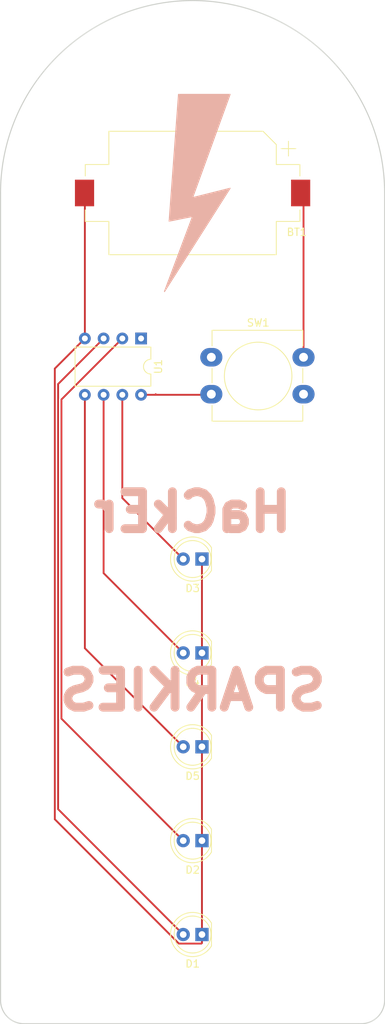
<source format=kicad_pcb>
(kicad_pcb (version 20171130) (host pcbnew "(5.0.2)-1")

  (general
    (thickness 1.6)
    (drawings 9)
    (tracks 28)
    (zones 0)
    (modules 8)
    (nets 10)
  )

  (page A4)
  (title_block
    (title "Darkness Decoder")
    (date 2004-03-11)
    (rev 5.32)
    (company Sparkies)
  )

  (layers
    (0 F.Cu signal)
    (31 B.Cu signal)
    (32 B.Adhes user)
    (33 F.Adhes user)
    (34 B.Paste user)
    (35 F.Paste user)
    (36 B.SilkS user)
    (37 F.SilkS user)
    (38 B.Mask user)
    (39 F.Mask user)
    (40 Dwgs.User user)
    (41 Cmts.User user)
    (42 Eco1.User user)
    (43 Eco2.User user)
    (44 Edge.Cuts user)
    (45 Margin user)
    (46 B.CrtYd user)
    (47 F.CrtYd user)
    (48 B.Fab user)
    (49 F.Fab user)
  )

  (setup
    (last_trace_width 0.25)
    (trace_clearance 0.2)
    (zone_clearance 0.508)
    (zone_45_only no)
    (trace_min 0.2)
    (segment_width 0.2)
    (edge_width 0.15)
    (via_size 0.8)
    (via_drill 0.4)
    (via_min_size 0.4)
    (via_min_drill 0.3)
    (uvia_size 0.3)
    (uvia_drill 0.1)
    (uvias_allowed no)
    (uvia_min_size 0.2)
    (uvia_min_drill 0.1)
    (pcb_text_width 0.3)
    (pcb_text_size 1.5 1.5)
    (mod_edge_width 0.15)
    (mod_text_size 1 1)
    (mod_text_width 0.15)
    (pad_size 1.524 1.524)
    (pad_drill 0.762)
    (pad_to_mask_clearance 0.051)
    (solder_mask_min_width 0.25)
    (aux_axis_origin 0 0)
    (visible_elements 7FFFFFFF)
    (pcbplotparams
      (layerselection 0x010f0_ffffffff)
      (usegerberextensions true)
      (usegerberattributes false)
      (usegerberadvancedattributes false)
      (creategerberjobfile false)
      (excludeedgelayer true)
      (linewidth 0.100000)
      (plotframeref false)
      (viasonmask false)
      (mode 1)
      (useauxorigin false)
      (hpglpennumber 1)
      (hpglpenspeed 20)
      (hpglpendiameter 15.000000)
      (psnegative false)
      (psa4output false)
      (plotreference true)
      (plotvalue true)
      (plotinvisibletext false)
      (padsonsilk false)
      (subtractmaskfromsilk false)
      (outputformat 1)
      (mirror false)
      (drillshape 0)
      (scaleselection 1)
      (outputdirectory "Gerber/"))
  )

  (net 0 "")
  (net 1 "Net-(U1-Pad1)")
  (net 2 "Net-(D5-Pad2)")
  (net 3 "Net-(D2-Pad2)")
  (net 4 "Net-(D4-Pad2)")
  (net 5 "Net-(D1-Pad2)")
  (net 6 "Net-(D3-Pad2)")
  (net 7 GND)
  (net 8 "Net-(SW1-Pad2)")
  (net 9 "Net-(BT1-Pad1)")

  (net_class Default "This is the default net class."
    (clearance 0.2)
    (trace_width 0.25)
    (via_dia 0.8)
    (via_drill 0.4)
    (uvia_dia 0.3)
    (uvia_drill 0.1)
    (add_net GND)
    (add_net "Net-(BT1-Pad1)")
    (add_net "Net-(D1-Pad2)")
    (add_net "Net-(D2-Pad2)")
    (add_net "Net-(D3-Pad2)")
    (add_net "Net-(D4-Pad2)")
    (add_net "Net-(D5-Pad2)")
    (add_net "Net-(SW1-Pad2)")
    (add_net "Net-(U1-Pad1)")
  )

  (module Button_Switch_THT:SW_PUSH-12mm_Wuerth-430476085716 (layer F.Cu) (tedit 5A02FE31) (tstamp 5C788545)
    (at 136.525 76.835)
    (descr "SW PUSH 12mm http://katalog.we-online.de/em/datasheet/430476085716.pdf")
    (tags "tact sw push 12mm")
    (path /5C6C4795)
    (fp_text reference SW1 (at 6.35 -4.66) (layer F.SilkS)
      (effects (font (size 1 1) (thickness 0.15)))
    )
    (fp_text value SW_Push (at 6.35 9.93) (layer F.Fab)
      (effects (font (size 1 1) (thickness 0.15)))
    )
    (fp_text user %R (at 6.35 2.54) (layer F.Fab)
      (effects (font (size 1 1) (thickness 0.15)))
    )
    (fp_line (start 14.25 -3.75) (end -1.75 -3.75) (layer F.CrtYd) (width 0.05))
    (fp_line (start 14.25 8.75) (end 14.25 -3.75) (layer F.CrtYd) (width 0.05))
    (fp_line (start -1.75 8.75) (end 14.25 8.75) (layer F.CrtYd) (width 0.05))
    (fp_line (start -1.75 -3.75) (end -1.75 8.75) (layer F.CrtYd) (width 0.05))
    (fp_line (start 0.1 3.47) (end 0.1 1.53) (layer F.SilkS) (width 0.12))
    (fp_line (start 0.1 8.65) (end 0.1 6.53) (layer F.SilkS) (width 0.12))
    (fp_line (start 12.4 8.65) (end 0.1 8.65) (layer F.SilkS) (width 0.12))
    (fp_line (start 12.4 6.53) (end 12.4 8.65) (layer F.SilkS) (width 0.12))
    (fp_line (start 12.4 1.53) (end 12.4 3.47) (layer F.SilkS) (width 0.12))
    (fp_line (start 12.4 -3.65) (end 12.4 -1.53) (layer F.SilkS) (width 0.12))
    (fp_line (start 0.1 -3.65) (end 12.4 -3.65) (layer F.SilkS) (width 0.12))
    (fp_line (start 0.1 -1.53) (end 0.1 -3.65) (layer F.SilkS) (width 0.12))
    (fp_line (start 12.25 -3.5) (end 0.25 -3.5) (layer F.Fab) (width 0.1))
    (fp_line (start 12.25 8.5) (end 12.25 -3.5) (layer F.Fab) (width 0.1))
    (fp_line (start 0.25 8.5) (end 12.25 8.5) (layer F.Fab) (width 0.1))
    (fp_line (start 0.25 -3.5) (end 0.25 8.5) (layer F.Fab) (width 0.1))
    (fp_circle (center 6.35 2.54) (end 10.92905 2.54) (layer F.SilkS) (width 0.12))
    (pad 2 thru_hole oval (at 0 5) (size 3 2.5) (drill 1.2) (layers *.Cu *.Mask)
      (net 8 "Net-(SW1-Pad2)"))
    (pad 1 thru_hole oval (at 0 0) (size 3 2.5) (drill 1.2) (layers *.Cu *.Mask)
      (net 9 "Net-(BT1-Pad1)"))
    (pad 2 thru_hole oval (at 12.5 5) (size 3 2.5) (drill 1.2) (layers *.Cu *.Mask)
      (net 8 "Net-(SW1-Pad2)"))
    (pad 1 thru_hole oval (at 12.5 0) (size 3 2.5) (drill 1.2) (layers *.Cu *.Mask)
      (net 9 "Net-(BT1-Pad1)"))
    (model ${KISYS3DMOD}/Button_Switch_THT.3dshapes/SW_PUSH-12mm_Wuerth-430476085716.wrl
      (at (xyz 0 0 0))
      (scale (xyz 1 1 1))
      (rotate (xyz 0 0 0))
    )
  )

  (module Battery:BatteryHolder_Keystone_1060_1x2032 (layer F.Cu) (tedit 5B98EF5E) (tstamp 5C788583)
    (at 133.985 54.61 180)
    (descr http://www.keyelco.com/product-pdf.cfm?p=726)
    (tags "CR2032 BR2032 BatteryHolder Battery")
    (path /5C6C060B)
    (attr smd)
    (fp_text reference BT1 (at -14.125 -5.3 180) (layer F.SilkS)
      (effects (font (size 1 1) (thickness 0.15)))
    )
    (fp_text value 3.3 (at 0 -11.75 180) (layer F.Fab)
      (effects (font (size 1 1) (thickness 0.15)))
    )
    (fp_circle (center 0 0) (end -10.2 0) (layer Dwgs.User) (width 0.3))
    (fp_line (start 11 8) (end -9.4 8) (layer F.Fab) (width 0.1))
    (fp_line (start 11 -8) (end -11 -8) (layer F.Fab) (width 0.1))
    (fp_line (start 11 8) (end 11 3.5) (layer F.Fab) (width 0.1))
    (fp_line (start 11 -8) (end 11 -3.5) (layer F.Fab) (width 0.1))
    (fp_line (start -11 -8) (end -11 -3.5) (layer F.Fab) (width 0.1))
    (fp_line (start -11 6.4) (end -11 3.5) (layer F.Fab) (width 0.1))
    (fp_line (start -11 3.5) (end -14.2 3.5) (layer F.Fab) (width 0.1))
    (fp_line (start -14.2 3.5) (end -14.2 -3.5) (layer F.Fab) (width 0.1))
    (fp_line (start -14.2 -3.5) (end -11 -3.5) (layer F.Fab) (width 0.1))
    (fp_line (start 11 3.5) (end 14.2 3.5) (layer F.Fab) (width 0.1))
    (fp_line (start 14.2 3.5) (end 14.2 -3.5) (layer F.Fab) (width 0.1))
    (fp_line (start 14.2 -3.5) (end 11 -3.5) (layer F.Fab) (width 0.1))
    (fp_line (start -9.4 8) (end -11 6.4) (layer F.Fab) (width 0.1))
    (fp_line (start 11.35 3.85) (end 14.55 3.85) (layer F.SilkS) (width 0.12))
    (fp_line (start 14.55 3.85) (end 14.55 2.3) (layer F.SilkS) (width 0.12))
    (fp_line (start 11.35 8.35) (end 11.35 3.85) (layer F.SilkS) (width 0.12))
    (fp_line (start 11.35 8.35) (end -9.55 8.35) (layer F.SilkS) (width 0.12))
    (fp_line (start -11.35 6.55) (end -11.35 3.85) (layer F.SilkS) (width 0.12))
    (fp_line (start -9.55 8.35) (end -11.35 6.55) (layer F.SilkS) (width 0.12))
    (fp_line (start -11.35 3.85) (end -14.55 3.85) (layer F.SilkS) (width 0.12))
    (fp_line (start -14.55 3.85) (end -14.55 2.3) (layer F.SilkS) (width 0.12))
    (fp_line (start -11.35 -3.85) (end -14.55 -3.85) (layer F.SilkS) (width 0.12))
    (fp_line (start -14.55 -3.85) (end -14.55 -2.3) (layer F.SilkS) (width 0.12))
    (fp_line (start 11.35 -3.85) (end 14.55 -3.85) (layer F.SilkS) (width 0.12))
    (fp_line (start 14.55 -3.85) (end 14.55 -2.3) (layer F.SilkS) (width 0.12))
    (fp_line (start -11.35 -8.35) (end 11.35 -8.35) (layer F.SilkS) (width 0.12))
    (fp_line (start -11.35 -8.35) (end -11.35 -3.85) (layer F.SilkS) (width 0.12))
    (fp_line (start 11.35 -8.35) (end 11.35 -3.85) (layer F.SilkS) (width 0.12))
    (fp_arc (start 0 0) (end -6.5 8.5) (angle -74.81070976) (layer F.CrtYd) (width 0.05))
    (fp_line (start 11.5 8.5) (end 6.5 8.5) (layer F.CrtYd) (width 0.05))
    (fp_line (start -6.5 8.5) (end -11.5 8.5) (layer F.CrtYd) (width 0.05))
    (fp_line (start -11.5 4) (end -11.5 8.5) (layer F.CrtYd) (width 0.05))
    (fp_line (start -14.7 4) (end -11.5 4) (layer F.CrtYd) (width 0.05))
    (fp_line (start -14.7 4) (end -14.7 2.3) (layer F.CrtYd) (width 0.05))
    (fp_line (start -14.7 2.3) (end -16.45 2.3) (layer F.CrtYd) (width 0.05))
    (fp_line (start -16.45 2.3) (end -16.45 -2.3) (layer F.CrtYd) (width 0.05))
    (fp_line (start -14.7 -2.3) (end -16.45 -2.3) (layer F.CrtYd) (width 0.05))
    (fp_line (start -14.7 -2.3) (end -14.7 -4) (layer F.CrtYd) (width 0.05))
    (fp_line (start -14.7 -4) (end -11.5 -4) (layer F.CrtYd) (width 0.05))
    (fp_line (start -11.5 -4) (end -11.5 -8.5) (layer F.CrtYd) (width 0.05))
    (fp_line (start -11.5 -8.5) (end -6.5 -8.5) (layer F.CrtYd) (width 0.05))
    (fp_line (start 11.5 -8.5) (end 11.5 -4) (layer F.CrtYd) (width 0.05))
    (fp_line (start 11.5 -4) (end 14.7 -4) (layer F.CrtYd) (width 0.05))
    (fp_line (start 14.7 -4) (end 14.7 -2.3) (layer F.CrtYd) (width 0.05))
    (fp_line (start 14.7 -2.3) (end 16.45 -2.3) (layer F.CrtYd) (width 0.05))
    (fp_line (start 16.45 -2.3) (end 16.45 2.3) (layer F.CrtYd) (width 0.05))
    (fp_line (start 16.45 2.3) (end 14.7 2.3) (layer F.CrtYd) (width 0.05))
    (fp_line (start 14.7 2.3) (end 14.7 4) (layer F.CrtYd) (width 0.05))
    (fp_line (start 14.7 4) (end 11.5 4) (layer F.CrtYd) (width 0.05))
    (fp_line (start 11.5 4) (end 11.5 8.5) (layer F.CrtYd) (width 0.05))
    (fp_arc (start 0 0) (end 6.5 -8.5) (angle -74.81070976) (layer F.CrtYd) (width 0.05))
    (fp_line (start 11.5 -8.5) (end 6.5 -8.5) (layer F.CrtYd) (width 0.05))
    (fp_text user %R (at 0 0 180) (layer F.Fab)
      (effects (font (size 1 1) (thickness 0.15)))
    )
    (fp_line (start -13 5) (end -13 7) (layer F.SilkS) (width 0.12))
    (fp_line (start -12 6) (end -14 6) (layer F.SilkS) (width 0.12))
    (pad 2 smd rect (at 14.65 0) (size 2.6 3.6) (layers F.Cu F.Paste F.Mask)
      (net 7 GND))
    (pad 1 smd rect (at -14.65 0) (size 2.6 3.6) (layers F.Cu F.Paste F.Mask)
      (net 9 "Net-(BT1-Pad1)"))
    (model ${KISYS3DMOD}/Battery.3dshapes/BatteryHolder_Keystone_1060_1x2032.wrl
      (at (xyz 0 0 0))
      (scale (xyz 1 1 1))
      (rotate (xyz 0 0 0))
    )
  )

  (module LED_THT:LED_D5.0mm (layer F.Cu) (tedit 5995936A) (tstamp 5C78852B)
    (at 135.255 129.54 180)
    (descr "LED, diameter 5.0mm, 2 pins, http://cdn-reichelt.de/documents/datenblatt/A500/LL-504BC2E-009.pdf")
    (tags "LED diameter 5.0mm 2 pins")
    (path /5C6BF2E4)
    (fp_text reference D5 (at 1.27 -3.96 180) (layer F.SilkS)
      (effects (font (size 1 1) (thickness 0.15)))
    )
    (fp_text value LED (at 1.27 3.96 180) (layer F.Fab)
      (effects (font (size 1 1) (thickness 0.15)))
    )
    (fp_arc (start 1.27 0) (end -1.23 -1.469694) (angle 299.1) (layer F.Fab) (width 0.1))
    (fp_arc (start 1.27 0) (end -1.29 -1.54483) (angle 148.9) (layer F.SilkS) (width 0.12))
    (fp_arc (start 1.27 0) (end -1.29 1.54483) (angle -148.9) (layer F.SilkS) (width 0.12))
    (fp_circle (center 1.27 0) (end 3.77 0) (layer F.Fab) (width 0.1))
    (fp_circle (center 1.27 0) (end 3.77 0) (layer F.SilkS) (width 0.12))
    (fp_line (start -1.23 -1.469694) (end -1.23 1.469694) (layer F.Fab) (width 0.1))
    (fp_line (start -1.29 -1.545) (end -1.29 1.545) (layer F.SilkS) (width 0.12))
    (fp_line (start -1.95 -3.25) (end -1.95 3.25) (layer F.CrtYd) (width 0.05))
    (fp_line (start -1.95 3.25) (end 4.5 3.25) (layer F.CrtYd) (width 0.05))
    (fp_line (start 4.5 3.25) (end 4.5 -3.25) (layer F.CrtYd) (width 0.05))
    (fp_line (start 4.5 -3.25) (end -1.95 -3.25) (layer F.CrtYd) (width 0.05))
    (fp_text user %R (at 1.25 0 180) (layer F.Fab)
      (effects (font (size 0.8 0.8) (thickness 0.2)))
    )
    (pad 1 thru_hole rect (at 0 0 180) (size 1.8 1.8) (drill 0.9) (layers *.Cu *.Mask)
      (net 7 GND))
    (pad 2 thru_hole circle (at 2.54 0 180) (size 1.8 1.8) (drill 0.9) (layers *.Cu *.Mask)
      (net 2 "Net-(D5-Pad2)"))
    (model ${KISYS3DMOD}/LED_THT.3dshapes/LED_D5.0mm.wrl
      (at (xyz 0 0 0))
      (scale (xyz 1 1 1))
      (rotate (xyz 0 0 0))
    )
  )

  (module LED_THT:LED_D5.0mm (layer F.Cu) (tedit 5995936A) (tstamp 5C789177)
    (at 135.255 116.84 180)
    (descr "LED, diameter 5.0mm, 2 pins, http://cdn-reichelt.de/documents/datenblatt/A500/LL-504BC2E-009.pdf")
    (tags "LED diameter 5.0mm 2 pins")
    (path /5C6BF2C8)
    (fp_text reference D4 (at 1.27 -3.96 180) (layer F.SilkS)
      (effects (font (size 1 1) (thickness 0.15)))
    )
    (fp_text value LED (at 1.27 3.96 180) (layer F.Fab)
      (effects (font (size 1 1) (thickness 0.15)))
    )
    (fp_text user %R (at 1.25 0 180) (layer F.Fab)
      (effects (font (size 0.8 0.8) (thickness 0.2)))
    )
    (fp_line (start 4.5 -3.25) (end -1.95 -3.25) (layer F.CrtYd) (width 0.05))
    (fp_line (start 4.5 3.25) (end 4.5 -3.25) (layer F.CrtYd) (width 0.05))
    (fp_line (start -1.95 3.25) (end 4.5 3.25) (layer F.CrtYd) (width 0.05))
    (fp_line (start -1.95 -3.25) (end -1.95 3.25) (layer F.CrtYd) (width 0.05))
    (fp_line (start -1.29 -1.545) (end -1.29 1.545) (layer F.SilkS) (width 0.12))
    (fp_line (start -1.23 -1.469694) (end -1.23 1.469694) (layer F.Fab) (width 0.1))
    (fp_circle (center 1.27 0) (end 3.77 0) (layer F.SilkS) (width 0.12))
    (fp_circle (center 1.27 0) (end 3.77 0) (layer F.Fab) (width 0.1))
    (fp_arc (start 1.27 0) (end -1.29 1.54483) (angle -148.9) (layer F.SilkS) (width 0.12))
    (fp_arc (start 1.27 0) (end -1.29 -1.54483) (angle 148.9) (layer F.SilkS) (width 0.12))
    (fp_arc (start 1.27 0) (end -1.23 -1.469694) (angle 299.1) (layer F.Fab) (width 0.1))
    (pad 2 thru_hole circle (at 2.54 0 180) (size 1.8 1.8) (drill 0.9) (layers *.Cu *.Mask)
      (net 4 "Net-(D4-Pad2)"))
    (pad 1 thru_hole rect (at 0 0 180) (size 1.8 1.8) (drill 0.9) (layers *.Cu *.Mask)
      (net 7 GND))
    (model ${KISYS3DMOD}/LED_THT.3dshapes/LED_D5.0mm.wrl
      (at (xyz 0 0 0))
      (scale (xyz 1 1 1))
      (rotate (xyz 0 0 0))
    )
  )

  (module LED_THT:LED_D5.0mm (layer F.Cu) (tedit 5995936A) (tstamp 5C788507)
    (at 135.255 104.14 180)
    (descr "LED, diameter 5.0mm, 2 pins, http://cdn-reichelt.de/documents/datenblatt/A500/LL-504BC2E-009.pdf")
    (tags "LED diameter 5.0mm 2 pins")
    (path /5C6BF2AA)
    (fp_text reference D3 (at 1.27 -3.96 180) (layer F.SilkS)
      (effects (font (size 1 1) (thickness 0.15)))
    )
    (fp_text value LED (at 1.27 3.96 180) (layer F.Fab)
      (effects (font (size 1 1) (thickness 0.15)))
    )
    (fp_arc (start 1.27 0) (end -1.23 -1.469694) (angle 299.1) (layer F.Fab) (width 0.1))
    (fp_arc (start 1.27 0) (end -1.29 -1.54483) (angle 148.9) (layer F.SilkS) (width 0.12))
    (fp_arc (start 1.27 0) (end -1.29 1.54483) (angle -148.9) (layer F.SilkS) (width 0.12))
    (fp_circle (center 1.27 0) (end 3.77 0) (layer F.Fab) (width 0.1))
    (fp_circle (center 1.27 0) (end 3.77 0) (layer F.SilkS) (width 0.12))
    (fp_line (start -1.23 -1.469694) (end -1.23 1.469694) (layer F.Fab) (width 0.1))
    (fp_line (start -1.29 -1.545) (end -1.29 1.545) (layer F.SilkS) (width 0.12))
    (fp_line (start -1.95 -3.25) (end -1.95 3.25) (layer F.CrtYd) (width 0.05))
    (fp_line (start -1.95 3.25) (end 4.5 3.25) (layer F.CrtYd) (width 0.05))
    (fp_line (start 4.5 3.25) (end 4.5 -3.25) (layer F.CrtYd) (width 0.05))
    (fp_line (start 4.5 -3.25) (end -1.95 -3.25) (layer F.CrtYd) (width 0.05))
    (fp_text user %R (at 1.25 0 180) (layer F.Fab)
      (effects (font (size 0.8 0.8) (thickness 0.2)))
    )
    (pad 1 thru_hole rect (at 0 0 180) (size 1.8 1.8) (drill 0.9) (layers *.Cu *.Mask)
      (net 7 GND))
    (pad 2 thru_hole circle (at 2.54 0 180) (size 1.8 1.8) (drill 0.9) (layers *.Cu *.Mask)
      (net 6 "Net-(D3-Pad2)"))
    (model ${KISYS3DMOD}/LED_THT.3dshapes/LED_D5.0mm.wrl
      (at (xyz 0 0 0))
      (scale (xyz 1 1 1))
      (rotate (xyz 0 0 0))
    )
  )

  (module LED_THT:LED_D5.0mm (layer F.Cu) (tedit 5995936A) (tstamp 5C7884F5)
    (at 135.255 142.24 180)
    (descr "LED, diameter 5.0mm, 2 pins, http://cdn-reichelt.de/documents/datenblatt/A500/LL-504BC2E-009.pdf")
    (tags "LED diameter 5.0mm 2 pins")
    (path /5C6BF276)
    (fp_text reference D2 (at 1.27 -3.96 180) (layer F.SilkS)
      (effects (font (size 1 1) (thickness 0.15)))
    )
    (fp_text value LED (at 1.27 3.96 180) (layer F.Fab)
      (effects (font (size 1 1) (thickness 0.15)))
    )
    (fp_text user %R (at 1.25 0 180) (layer F.Fab)
      (effects (font (size 0.8 0.8) (thickness 0.2)))
    )
    (fp_line (start 4.5 -3.25) (end -1.95 -3.25) (layer F.CrtYd) (width 0.05))
    (fp_line (start 4.5 3.25) (end 4.5 -3.25) (layer F.CrtYd) (width 0.05))
    (fp_line (start -1.95 3.25) (end 4.5 3.25) (layer F.CrtYd) (width 0.05))
    (fp_line (start -1.95 -3.25) (end -1.95 3.25) (layer F.CrtYd) (width 0.05))
    (fp_line (start -1.29 -1.545) (end -1.29 1.545) (layer F.SilkS) (width 0.12))
    (fp_line (start -1.23 -1.469694) (end -1.23 1.469694) (layer F.Fab) (width 0.1))
    (fp_circle (center 1.27 0) (end 3.77 0) (layer F.SilkS) (width 0.12))
    (fp_circle (center 1.27 0) (end 3.77 0) (layer F.Fab) (width 0.1))
    (fp_arc (start 1.27 0) (end -1.29 1.54483) (angle -148.9) (layer F.SilkS) (width 0.12))
    (fp_arc (start 1.27 0) (end -1.29 -1.54483) (angle 148.9) (layer F.SilkS) (width 0.12))
    (fp_arc (start 1.27 0) (end -1.23 -1.469694) (angle 299.1) (layer F.Fab) (width 0.1))
    (pad 2 thru_hole circle (at 2.54 0 180) (size 1.8 1.8) (drill 0.9) (layers *.Cu *.Mask)
      (net 3 "Net-(D2-Pad2)"))
    (pad 1 thru_hole rect (at 0 0 180) (size 1.8 1.8) (drill 0.9) (layers *.Cu *.Mask)
      (net 7 GND))
    (model ${KISYS3DMOD}/LED_THT.3dshapes/LED_D5.0mm.wrl
      (at (xyz 0 0 0))
      (scale (xyz 1 1 1))
      (rotate (xyz 0 0 0))
    )
  )

  (module LED_THT:LED_D5.0mm (layer F.Cu) (tedit 5995936A) (tstamp 5C789237)
    (at 135.255 154.94 180)
    (descr "LED, diameter 5.0mm, 2 pins, http://cdn-reichelt.de/documents/datenblatt/A500/LL-504BC2E-009.pdf")
    (tags "LED diameter 5.0mm 2 pins")
    (path /5C6BF1E4)
    (fp_text reference D1 (at 1.27 -3.96 180) (layer F.SilkS)
      (effects (font (size 1 1) (thickness 0.15)))
    )
    (fp_text value LED (at 1.27 3.96 180) (layer F.Fab)
      (effects (font (size 1 1) (thickness 0.15)))
    )
    (fp_arc (start 1.27 0) (end -1.23 -1.469694) (angle 299.1) (layer F.Fab) (width 0.1))
    (fp_arc (start 1.27 0) (end -1.29 -1.54483) (angle 148.9) (layer F.SilkS) (width 0.12))
    (fp_arc (start 1.27 0) (end -1.29 1.54483) (angle -148.9) (layer F.SilkS) (width 0.12))
    (fp_circle (center 1.27 0) (end 3.77 0) (layer F.Fab) (width 0.1))
    (fp_circle (center 1.27 0) (end 3.77 0) (layer F.SilkS) (width 0.12))
    (fp_line (start -1.23 -1.469694) (end -1.23 1.469694) (layer F.Fab) (width 0.1))
    (fp_line (start -1.29 -1.545) (end -1.29 1.545) (layer F.SilkS) (width 0.12))
    (fp_line (start -1.95 -3.25) (end -1.95 3.25) (layer F.CrtYd) (width 0.05))
    (fp_line (start -1.95 3.25) (end 4.5 3.25) (layer F.CrtYd) (width 0.05))
    (fp_line (start 4.5 3.25) (end 4.5 -3.25) (layer F.CrtYd) (width 0.05))
    (fp_line (start 4.5 -3.25) (end -1.95 -3.25) (layer F.CrtYd) (width 0.05))
    (fp_text user %R (at 2.469999 0.039999) (layer F.Fab)
      (effects (font (size 0.8 0.8) (thickness 0.2)))
    )
    (pad 1 thru_hole rect (at 0 0 180) (size 1.8 1.8) (drill 0.9) (layers *.Cu *.Mask)
      (net 7 GND))
    (pad 2 thru_hole circle (at 2.54 0 180) (size 1.8 1.8) (drill 0.9) (layers *.Cu *.Mask)
      (net 5 "Net-(D1-Pad2)"))
    (model ${KISYS3DMOD}/LED_THT.3dshapes/LED_D5.0mm.wrl
      (at (xyz 0 0 0))
      (scale (xyz 1 1 1))
      (rotate (xyz 0 0 0))
    )
  )

  (module Package_DIP:DIP-8_W7.62mm (layer F.Cu) (tedit 5A02E8C5) (tstamp 5C7884D1)
    (at 127 74.295 270)
    (descr "8-lead though-hole mounted DIP package, row spacing 7.62 mm (300 mils)")
    (tags "THT DIP DIL PDIP 2.54mm 7.62mm 300mil")
    (path /5C6BF796)
    (fp_text reference U1 (at 3.81 -2.33 270) (layer F.SilkS)
      (effects (font (size 1 1) (thickness 0.15)))
    )
    (fp_text value ATtiny85-20PU (at 3.81 9.95 270) (layer F.Fab)
      (effects (font (size 1 1) (thickness 0.15)))
    )
    (fp_arc (start 3.81 -1.33) (end 2.81 -1.33) (angle -180) (layer F.SilkS) (width 0.12))
    (fp_line (start 1.635 -1.27) (end 6.985 -1.27) (layer F.Fab) (width 0.1))
    (fp_line (start 6.985 -1.27) (end 6.985 8.89) (layer F.Fab) (width 0.1))
    (fp_line (start 6.985 8.89) (end 0.635 8.89) (layer F.Fab) (width 0.1))
    (fp_line (start 0.635 8.89) (end 0.635 -0.27) (layer F.Fab) (width 0.1))
    (fp_line (start 0.635 -0.27) (end 1.635 -1.27) (layer F.Fab) (width 0.1))
    (fp_line (start 2.81 -1.33) (end 1.16 -1.33) (layer F.SilkS) (width 0.12))
    (fp_line (start 1.16 -1.33) (end 1.16 8.95) (layer F.SilkS) (width 0.12))
    (fp_line (start 1.16 8.95) (end 6.46 8.95) (layer F.SilkS) (width 0.12))
    (fp_line (start 6.46 8.95) (end 6.46 -1.33) (layer F.SilkS) (width 0.12))
    (fp_line (start 6.46 -1.33) (end 4.81 -1.33) (layer F.SilkS) (width 0.12))
    (fp_line (start -1.1 -1.55) (end -1.1 9.15) (layer F.CrtYd) (width 0.05))
    (fp_line (start -1.1 9.15) (end 8.7 9.15) (layer F.CrtYd) (width 0.05))
    (fp_line (start 8.7 9.15) (end 8.7 -1.55) (layer F.CrtYd) (width 0.05))
    (fp_line (start 8.7 -1.55) (end -1.1 -1.55) (layer F.CrtYd) (width 0.05))
    (fp_text user %R (at 3.81 3.81 270) (layer F.Fab)
      (effects (font (size 1 1) (thickness 0.15)))
    )
    (pad 1 thru_hole rect (at 0 0 270) (size 1.6 1.6) (drill 0.8) (layers *.Cu *.Mask)
      (net 1 "Net-(U1-Pad1)"))
    (pad 5 thru_hole oval (at 7.62 7.62 270) (size 1.6 1.6) (drill 0.8) (layers *.Cu *.Mask)
      (net 2 "Net-(D5-Pad2)"))
    (pad 2 thru_hole oval (at 0 2.54 270) (size 1.6 1.6) (drill 0.8) (layers *.Cu *.Mask)
      (net 3 "Net-(D2-Pad2)"))
    (pad 6 thru_hole oval (at 7.62 5.08 270) (size 1.6 1.6) (drill 0.8) (layers *.Cu *.Mask)
      (net 4 "Net-(D4-Pad2)"))
    (pad 3 thru_hole oval (at 0 5.08 270) (size 1.6 1.6) (drill 0.8) (layers *.Cu *.Mask)
      (net 5 "Net-(D1-Pad2)"))
    (pad 7 thru_hole oval (at 7.62 2.54 270) (size 1.6 1.6) (drill 0.8) (layers *.Cu *.Mask)
      (net 6 "Net-(D3-Pad2)"))
    (pad 4 thru_hole oval (at 0 7.62 270) (size 1.6 1.6) (drill 0.8) (layers *.Cu *.Mask)
      (net 7 GND))
    (pad 8 thru_hole oval (at 7.62 0 270) (size 1.6 1.6) (drill 0.8) (layers *.Cu *.Mask)
      (net 8 "Net-(SW1-Pad2)"))
    (model ${KISYS3DMOD}/Package_DIP.3dshapes/DIP-8_W7.62mm.wrl
      (at (xyz 0 0 0))
      (scale (xyz 1 1 1))
      (rotate (xyz 0 0 0))
    )
  )

  (gr_poly (pts (xy 130.175 67.945) (xy 139.065 53.975) (xy 133.985 55.245) (xy 139.065 41.275) (xy 132.08 41.275) (xy 130.81 58.42) (xy 133.985 57.785)) (layer B.SilkS) (width 0.15))
  (gr_line (start 107.95 54.61) (end 107.95 163.83) (layer Edge.Cuts) (width 0.15))
  (gr_line (start 160.02 163.83) (end 160.02 54.61) (layer Edge.Cuts) (width 0.15))
  (gr_line (start 156.845 167.005) (end 156.845 167.005) (layer Edge.Cuts) (width 0.15))
  (gr_line (start 111.125 167.005) (end 156.845 167.005) (layer Edge.Cuts) (width 0.15))
  (gr_arc (start 111.125 163.83) (end 107.95 163.83) (angle -90) (layer Edge.Cuts) (width 0.15))
  (gr_arc (start 156.845 163.83) (end 156.845 167.005) (angle -90) (layer Edge.Cuts) (width 0.15))
  (gr_text "HaCkEr\n\n\nSPARKIES" (at 133.985 109.855) (layer B.SilkS)
    (effects (font (size 5 5) (thickness 1.2)) (justify mirror))
  )
  (gr_arc (start 133.985 54.61) (end 160.02 54.61) (angle -180) (layer Edge.Cuts) (width 0.15))

  (segment (start 119.38 116.205) (end 132.715 129.54) (width 0.25) (layer F.Cu) (net 2))
  (segment (start 119.38 81.915) (end 119.38 116.205) (width 0.25) (layer F.Cu) (net 2))
  (segment (start 131.815001 141.340001) (end 132.715 142.24) (width 0.25) (layer F.Cu) (net 3))
  (segment (start 116.205 125.73) (end 131.815001 141.340001) (width 0.25) (layer F.Cu) (net 3))
  (segment (start 116.205 82.55) (end 116.205 125.73) (width 0.25) (layer F.Cu) (net 3))
  (segment (start 124.46 74.295) (end 116.205 82.55) (width 0.25) (layer F.Cu) (net 3))
  (segment (start 121.92 106.045) (end 132.715 116.84) (width 0.25) (layer F.Cu) (net 4))
  (segment (start 121.92 81.915) (end 121.92 106.045) (width 0.25) (layer F.Cu) (net 4))
  (segment (start 131.815001 154.040001) (end 132.715 154.94) (width 0.25) (layer F.Cu) (net 5))
  (segment (start 115.754991 137.979991) (end 131.815001 154.040001) (width 0.25) (layer F.Cu) (net 5))
  (segment (start 115.754991 80.460009) (end 115.754991 137.979991) (width 0.25) (layer F.Cu) (net 5))
  (segment (start 121.92 74.295) (end 115.754991 80.460009) (width 0.25) (layer F.Cu) (net 5))
  (segment (start 124.46 95.885) (end 132.715 104.14) (width 0.25) (layer F.Cu) (net 6))
  (segment (start 124.46 81.915) (end 124.46 95.885) (width 0.25) (layer F.Cu) (net 6))
  (segment (start 119.38 54.655) (end 119.335 54.61) (width 0.25) (layer F.Cu) (net 7))
  (segment (start 119.38 74.295) (end 119.38 54.655) (width 0.25) (layer F.Cu) (net 7))
  (segment (start 135.255 156.09) (end 135.255 154.94) (width 0.25) (layer F.Cu) (net 7))
  (segment (start 135.179999 156.165001) (end 135.255 156.09) (width 0.25) (layer F.Cu) (net 7))
  (segment (start 132.126999 156.165001) (end 135.179999 156.165001) (width 0.25) (layer F.Cu) (net 7))
  (segment (start 115.304981 139.342983) (end 132.126999 156.165001) (width 0.25) (layer F.Cu) (net 7))
  (segment (start 115.304981 78.370019) (end 115.304981 139.342983) (width 0.25) (layer F.Cu) (net 7))
  (segment (start 119.38 74.295) (end 115.304981 78.370019) (width 0.25) (layer F.Cu) (net 7))
  (segment (start 135.255 154.94) (end 135.255 104.14) (width 0.25) (layer F.Cu) (net 7))
  (segment (start 128.985 81.835) (end 128.905 81.915) (width 0.25) (layer F.Cu) (net 8))
  (segment (start 136.445 81.915) (end 136.525 81.835) (width 0.25) (layer F.Cu) (net 8))
  (segment (start 127 81.915) (end 136.445 81.915) (width 0.25) (layer F.Cu) (net 8))
  (segment (start 149.025 55) (end 148.635 54.61) (width 0.25) (layer F.Cu) (net 9))
  (segment (start 149.025 76.835) (end 149.025 55) (width 0.25) (layer F.Cu) (net 9))

)

</source>
